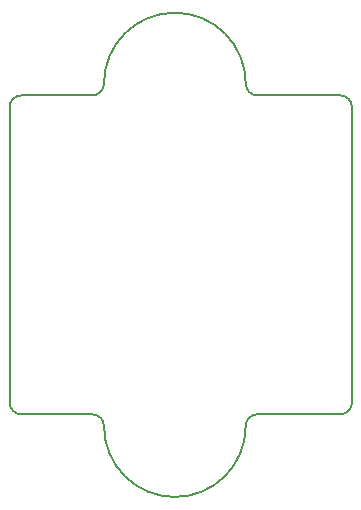
<source format=gbr>
G04 #@! TF.GenerationSoftware,KiCad,Pcbnew,(5.0.2)-1*
G04 #@! TF.CreationDate,2019-03-06T20:32:53+00:00*
G04 #@! TF.ProjectId,distanced,64697374-616e-4636-9564-2e6b69636164,rev?*
G04 #@! TF.SameCoordinates,Original*
G04 #@! TF.FileFunction,Profile,NP*
%FSLAX46Y46*%
G04 Gerber Fmt 4.6, Leading zero omitted, Abs format (unit mm)*
G04 Created by KiCad (PCBNEW (5.0.2)-1) date 06/03/2019 20:32:53*
%MOMM*%
%LPD*%
G01*
G04 APERTURE LIST*
%ADD10C,0.150000*%
G04 APERTURE END LIST*
D10*
X154000000Y-70000000D02*
G75*
G03X148000000Y-64000000I-6000000J0D01*
G01*
X162000000Y-98000000D02*
G75*
G03X163000000Y-97000000I0J1000000D01*
G01*
X134000000Y-97000000D02*
G75*
G03X135000000Y-98000000I1000000J0D01*
G01*
X135000000Y-71000000D02*
G75*
G03X134000000Y-72000000I0J-1000000D01*
G01*
X163000000Y-72000000D02*
G75*
G03X162000000Y-71000000I-1000000J0D01*
G01*
X141000000Y-71000000D02*
X135000000Y-71000000D01*
X141000000Y-98000000D02*
X135000000Y-98000000D01*
X134000000Y-72000000D02*
X134000000Y-97000000D01*
X155000000Y-71000000D02*
X162000000Y-71000000D01*
X155000000Y-98000000D02*
X162000000Y-98000000D01*
X163000000Y-72000000D02*
X163000000Y-97000000D01*
X142000000Y-99000000D02*
G75*
G03X141000000Y-98000000I-1000000J0D01*
G01*
X155000000Y-98000000D02*
G75*
G03X154000000Y-99000000I0J-1000000D01*
G01*
X154000000Y-70000000D02*
G75*
G03X155000000Y-71000000I1000000J0D01*
G01*
X141000000Y-71000000D02*
G75*
G03X142000000Y-70000000I0J1000000D01*
G01*
X142000000Y-99000000D02*
G75*
G03X148000000Y-105000000I6000000J0D01*
G01*
X148000000Y-105000000D02*
G75*
G03X154000000Y-99000000I0J6000000D01*
G01*
X148000000Y-64000000D02*
G75*
G03X142000000Y-70000000I0J-6000000D01*
G01*
M02*

</source>
